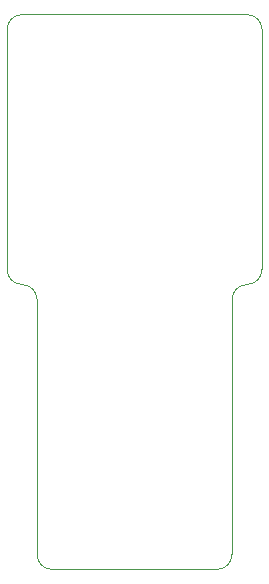
<source format=gm1>
%TF.GenerationSoftware,KiCad,Pcbnew,7.0.6*%
%TF.CreationDate,2023-07-20T15:13:03+09:00*%
%TF.ProjectId,esp32c3_test,65737033-3263-4335-9f74-6573742e6b69,rev?*%
%TF.SameCoordinates,PX7f2c270PY70a3730*%
%TF.FileFunction,Profile,NP*%
%FSLAX46Y46*%
G04 Gerber Fmt 4.6, Leading zero omitted, Abs format (unit mm)*
G04 Created by KiCad (PCBNEW 7.0.6) date 2023-07-20 15:13:03*
%MOMM*%
%LPD*%
G01*
G04 APERTURE LIST*
%TA.AperFunction,Profile*%
%ADD10C,0.100000*%
%TD*%
G04 APERTURE END LIST*
D10*
X20955000Y24765000D02*
G75*
G03*
X19685000Y23495000I0J-1270000D01*
G01*
X20955000Y24765000D02*
G75*
G03*
X22225000Y26035000I0J1270000D01*
G01*
X22225000Y46355000D02*
G75*
G03*
X20955000Y47625000I-1270000J0D01*
G01*
X1905000Y47625000D02*
G75*
G03*
X635000Y46355000I0J-1270000D01*
G01*
X635000Y26035000D02*
G75*
G03*
X1905000Y24765000I1270000J0D01*
G01*
X3175000Y23495000D02*
G75*
G03*
X1905000Y24765000I-1270000J0D01*
G01*
X3175000Y1905000D02*
G75*
G03*
X4445000Y635000I1270000J0D01*
G01*
X18415000Y635000D02*
G75*
G03*
X19685000Y1905000I0J1270000D01*
G01*
X19685000Y23495000D02*
X19685000Y1905000D01*
X22225000Y46355000D02*
X22225000Y26035000D01*
X1905000Y47625000D02*
X20955000Y47625000D01*
X635000Y26035000D02*
X635000Y46355000D01*
X3175000Y1905000D02*
X3175000Y23495000D01*
X18415000Y635000D02*
X4445000Y635000D01*
M02*

</source>
